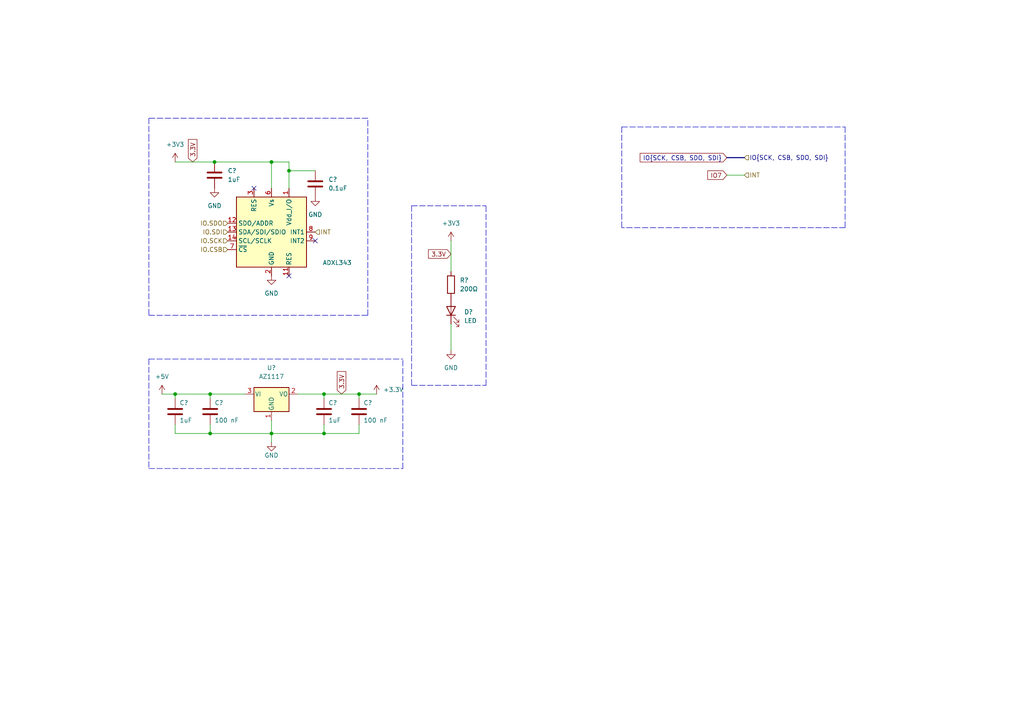
<source format=kicad_sch>
(kicad_sch (version 20211123) (generator eeschema)
  (paper "A4")
  (lib_symbols
    (symbol "+3.3V_1" (power) (pin_names (offset 0))
      (property "Value" "+3.3V_1" (at 0 3.556 0))
      (symbol "+3.3V_1_0_1"
        (polyline (pts (xy -0.762 1.27) (xy 0 2.54)))
        (polyline (pts (xy 0 0) (xy 0 2.54)))
        (polyline (pts (xy 0 2.54) (xy 0.762 1.27)))
      )
      (symbol "+3.3V_1_1_1"
        (pin power_in line (at 0 0 90) (length 0) hide (name "+3V3") (number "1"))
      )
    )
    (symbol "+3.3V_2" (power) (pin_names (offset 0))
      (property "Value" "+3.3V_2" (at 0 3.556 0))
      (symbol "+3.3V_2_0_1"
        (polyline (pts (xy -0.762 1.27) (xy 0 2.54)))
        (polyline (pts (xy 0 0) (xy 0 2.54)))
        (polyline (pts (xy 0 2.54) (xy 0.762 1.27)))
      )
      (symbol "+3.3V_2_1_1"
        (pin power_in line (at 0 0 90) (length 0) hide (name "+3V3") (number "1"))
      )
    )
    (symbol "Device:C" (pin_numbers hide) (pin_names (offset 0.254))
      (property "Reference" "C" (at 0.635 2.54 0))
      (property "Value" "C" (at 0.635 -2.54 0))
      (symbol "C_0_1"
        (polyline (pts (xy -2.032 -0.762) (xy 2.032 -0.762)) (stroke (width 0.508)))
        (polyline (pts (xy -2.032 0.762) (xy 2.032 0.762)) (stroke (width 0.508)))
      )
      (symbol "C_1_1"
        (pin passive line (at 0 3.81 270) (length 2.794) (name "~") (number "1"))
        (pin passive line (at 0 -3.81 90) (length 2.794) (name "~") (number "2"))
      )
    )
    (symbol "Device:LED" (pin_numbers hide) (pin_names (offset 1.016) hide)
      (property "Reference" "D" (at 0 2.54 0))
      (property "Value" "LED" (at 0 -2.54 0))
      (symbol "LED_0_1"
        (polyline (pts (xy -1.27 -1.27) (xy -1.27 1.27)) (stroke (width 0.254)))
        (polyline (pts (xy -1.27 0) (xy 1.27 0)))
        (polyline (pts (xy 1.27 -1.27) (xy 1.27 1.27) (xy -1.27 0) (xy 1.27 -1.27)) (stroke (width 0.254)))
        (polyline (pts (xy -3.048 -0.762) (xy -4.572 -2.286) (xy -3.81 -2.286) (xy -4.572 -2.286) (xy -4.572 -1.524)))
        (polyline (pts (xy -1.778 -0.762) (xy -3.302 -2.286) (xy -2.54 -2.286) (xy -3.302 -2.286) (xy -3.302 -1.524)))
      )
      (symbol "LED_1_1"
        (pin passive line (at -3.81 0 0) (length 2.54) (name "K") (number "1"))
        (pin passive line (at 3.81 0 180) (length 2.54) (name "A") (number "2"))
      )
    )
    (symbol "Device:R" (pin_numbers hide) (pin_names (offset 0))
      (property "Reference" "R" (at 2.032 0 90))
      (property "Value" "R" (at 0 0 90))
      (symbol "R_0_1"
        (rectangle (start -1.016 -2.54) (end 1.016 2.54) (stroke (width 0.254)))
      )
      (symbol "R_1_1"
        (pin passive line (at 0 3.81 270) (length 1.27) (name "~") (number "1"))
        (pin passive line (at 0 -3.81 90) (length 1.27) (name "~") (number "2"))
      )
    )
    (symbol "Regulator_Linear:AZ1117-3.3" (pin_names (offset 0.254))
      (property "Reference" "U" (at -3.81 3.175 0))
      (property "Value" "AZ1117-3.3" (at 0 3.175 0))
      (symbol "AZ1117-3.3_0_1"
        (rectangle (start -5.08 1.905) (end 5.08 -5.08) (stroke (width 0.254)) (fill (type background)))
      )
      (symbol "AZ1117-3.3_1_1"
        (pin power_in line (at 0 -7.62 90) (length 2.54) (name "GND") (number "1"))
        (pin power_out line (at 7.62 0 180) (length 2.54) (name "VO") (number "2"))
        (pin power_in line (at -7.62 0 0) (length 2.54) (name "VI") (number "3"))
      )
    )
    (symbol "Sensor_Motion:ADXL343"
      (property "Reference" "U" (at -8.89 11.43 0))
      (property "Value" "ADXL343" (at -7.62 -11.43 0))
      (symbol "ADXL343_0_1"
        (rectangle (start -10.16 10.16) (end 10.16 -10.16) (stroke (width 0.254)) (fill (type background)))
      )
      (symbol "ADXL343_1_1"
        (pin power_in line (at 5.08 12.7 270) (length 2.54) (name "Vdd_I/O") (number "1"))
        (pin no_connect line (at -5.08 -10.16 90) (length 2.54) hide (name "NC") (number "10"))
        (pin passive line (at 5.08 -12.7 90) (length 2.54) (name "RES") (number "11"))
        (pin bidirectional line (at -12.7 2.54 0) (length 2.54) (name "SDO/ADDR") (number "12"))
        (pin bidirectional line (at -12.7 0 0) (length 2.54) (name "SDA/SDI/SDIO") (number "13"))
        (pin input line (at -12.7 -2.54 0) (length 2.54) (name "SCL/SCLK") (number "14"))
        (pin power_in line (at 0 -12.7 90) (length 2.54) (name "GND") (number "2"))
        (pin passive line (at -5.08 12.7 270) (length 2.54) (name "RES") (number "3"))
        (pin passive line (at 0 -12.7 90) (length 2.54) hide (name "GND") (number "4"))
        (pin passive line (at 0 -12.7 90) (length 2.54) hide (name "GND") (number "5"))
        (pin power_in line (at 0 12.7 270) (length 2.54) (name "Vs") (number "6"))
        (pin input line (at -12.7 -5.08 0) (length 2.54) (name "~{CS}") (number "7"))
        (pin output line (at 12.7 0 180) (length 2.54) (name "INT1") (number "8"))
        (pin output line (at 12.7 -2.54 180) (length 2.54) (name "INT2") (number "9"))
      )
    )
    (symbol "power:+3.3V" (power) (pin_names (offset 0))
      (property "Value" "+3.3V" (at 0 3.556 0))
      (symbol "+3.3V_0_1"
        (polyline (pts (xy -0.762 1.27) (xy 0 2.54)))
        (polyline (pts (xy 0 0) (xy 0 2.54)))
        (polyline (pts (xy 0 2.54) (xy 0.762 1.27)))
      )
      (symbol "+3.3V_1_1"
        (pin power_in line (at 0 0 90) (length 0) hide (name "+3.3V") (number "1"))
      )
    )
    (symbol "power:+5V" (power) (pin_names (offset 0))
      (property "Value" "+5V" (at 0 3.556 0))
      (symbol "+5V_0_1"
        (polyline (pts (xy -0.762 1.27) (xy 0 2.54)))
        (polyline (pts (xy 0 0) (xy 0 2.54)))
        (polyline (pts (xy 0 2.54) (xy 0.762 1.27)))
      )
      (symbol "+5V_1_1"
        (pin power_in line (at 0 0 90) (length 0) hide (name "+5V") (number "1"))
      )
    )
    (symbol "power:GND" (power) (pin_names (offset 0))
      (property "Value" "GND" (at 0 -3.81 0))
      (symbol "GND_0_1"
        (polyline (pts (xy 0 0) (xy 0 -1.27) (xy 1.27 -1.27) (xy 0 -2.54) (xy -1.27 -1.27) (xy 0 -1.27)))
      )
      (symbol "GND_1_1"
        (pin power_in line (at 0 0 270) (length 0) hide (name "GND") (number "1"))
      )
    )
  )
  (junction (at 93.98 125.73))
  (junction (at 78.74 46.99))
  (junction (at 62.23 46.99))
  (junction (at 93.98 114.3))
  (junction (at 60.96 125.73))
  (junction (at 83.82 49.53))
  (junction (at 78.74 125.73))
  (junction (at 104.14 114.3))
  (junction (at 50.8 114.3))
  (junction (at 60.96 114.3))
  (no_connect (at 83.82 80.01))
  (no_connect (at 73.66 54.61))
  (no_connect (at 91.44 69.85))
  (polyline (pts (xy 119.38 59.69) (xy 140.97 59.69)))
  (polyline (pts (xy 43.18 91.44) (xy 106.68 91.44)))
  (wire (pts (xy 60.96 123.19) (xy 60.96 125.73)))
  (polyline (pts (xy 43.18 34.29) (xy 43.18 39.37)))
  (polyline (pts (xy 245.11 36.83) (xy 245.11 66.04)))
  (polyline (pts (xy 116.84 135.89) (xy 116.84 104.14)))
  (wire (pts (xy 78.74 125.73) (xy 78.74 128.27)))
  (polyline (pts (xy 43.18 39.37) (xy 43.18 91.44)))
  (wire (pts (xy 104.14 114.3) (xy 104.14 115.57)))
  (polyline (pts (xy 245.11 66.04) (xy 180.34 66.04)))
  (wire (pts (xy 93.98 125.73) (xy 93.98 123.19)))
  (wire (pts (xy 104.14 114.3) (xy 109.22 114.3)))
  (wire (pts (xy 210.82 50.8) (xy 215.9 50.8)))
  (polyline (pts (xy 180.34 36.83) (xy 180.34 66.04)))
  (wire (pts (xy 78.74 46.99) (xy 83.82 46.99)))
  (polyline (pts (xy 106.68 91.44) (xy 106.68 34.29)))
  (wire (pts (xy 50.8 125.73) (xy 50.8 123.19)))
  (polyline (pts (xy 43.18 135.89) (xy 116.84 135.89)))
  (wire (pts (xy 86.36 114.3) (xy 93.98 114.3)))
  (polyline (pts (xy 43.18 104.14) (xy 116.84 104.14)))
  (wire (pts (xy 50.8 125.73) (xy 60.96 125.73)))
  (polyline (pts (xy 106.68 34.29) (xy 43.18 34.29)))
  (wire (pts (xy 93.98 125.73) (xy 78.74 125.73)))
  (wire (pts (xy 93.98 125.73) (xy 104.14 125.73)))
  (wire (pts (xy 93.98 114.3) (xy 104.14 114.3)))
  (wire (pts (xy 50.8 46.99) (xy 62.23 46.99)))
  (polyline (pts (xy 119.38 59.69) (xy 119.38 111.76)))
  (polyline (pts (xy 180.34 36.83) (xy 245.11 36.83)))
  (wire (pts (xy 46.99 114.3) (xy 50.8 114.3)))
  (wire (pts (xy 60.96 114.3) (xy 60.96 115.57)))
  (wire (pts (xy 130.81 69.85) (xy 130.81 78.74)))
  (wire (pts (xy 78.74 125.73) (xy 60.96 125.73)))
  (wire (pts (xy 83.82 49.53) (xy 83.82 54.61)))
  (wire (pts (xy 130.81 93.98) (xy 130.81 101.6)))
  (wire (pts (xy 50.8 115.57) (xy 50.8 114.3)))
  (wire (pts (xy 50.8 114.3) (xy 60.96 114.3)))
  (polyline (pts (xy 140.97 111.76) (xy 140.97 59.69)))
  (polyline (pts (xy 43.18 104.14) (xy 43.18 135.89)))
  (wire (pts (xy 104.14 123.19) (xy 104.14 125.73)))
  (wire (pts (xy 78.74 46.99) (xy 78.74 54.61)))
  (wire (pts (xy 83.82 49.53) (xy 91.44 49.53)))
  (wire (pts (xy 83.82 46.99) (xy 83.82 49.53)))
  (wire (pts (xy 78.74 121.92) (xy 78.74 125.73)))
  (wire (pts (xy 62.23 46.99) (xy 78.74 46.99)))
  (bus (pts (xy 210.82 45.72) (xy 215.9 45.72)))
  (wire (pts (xy 93.98 115.57) (xy 93.98 114.3)))
  (polyline (pts (xy 119.38 111.76) (xy 140.97 111.76)))
  (wire (pts (xy 71.12 114.3) (xy 60.96 114.3)))
  (global_label "IO{SCK, CSB, SDO, SDI}" (shape input) (at 210.82 45.72 180) (property "Intersheet References" "${INTERSHEET_REFS}" (effects hide)))
  (global_label "3.3V" (shape input) (at 55.88 46.99 90) (property "Intersheet References" "${INTERSHEET_REFS}" (effects hide)))
  (global_label "3.3V" (shape input) (at 130.81 73.66 180) (property "Intersheet References" "${INTERSHEET_REFS}" (effects hide)))
  (global_label "IO7" (shape input) (at 210.82 50.8 180) (property "Intersheet References" "${INTERSHEET_REFS}" (effects hide)))
  (global_label "3.3V" (shape input) (at 99.06 114.3 90) (property "Intersheet References" "${INTERSHEET_REFS}" (effects hide)))
  (hierarchical_label "INT" (shape input) (at 91.44 67.31 0))
  (hierarchical_label "IO.SDO" (shape input) (at 66.04 64.77 180))
  (hierarchical_label "INT" (shape input) (at 215.9 50.8 0))
  (hierarchical_label "IO.CSB" (shape input) (at 66.04 72.39 180))
  (hierarchical_label "IO.SCK" (shape input) (at 66.04 69.85 180))
  (hierarchical_label "IO{SCK, CSB, SDO, SDI}" (shape input) (at 215.9 45.72 0))
  (hierarchical_label "IO.SDI" (shape input) (at 66.04 67.31 180))
  (symbol (lib_id "Device:C") (at 62.23 50.8 0) (unit 1)
    (property "Reference" "C?" (at 66.04 49.5299 0) (effects (justify left)))
    (property "Value" "1uF" (at 66.04 52.0699 0) (effects (justify left)))
    (property "Footprint" "Capacitor_SMD:C_0805_2012Metric" (effects hide))
  )
  (symbol (lib_name "+3.3V_1") (lib_id "power:+3.3V") (at 50.8 46.99 0) (unit 1)
    (property "Reference" "#PWR?" (effects hide))
    (property "Value" "+3.3V" (at 50.8 41.91 0))
  )
  (symbol (lib_id "Device:C") (at 104.14 119.38 0) (unit 1)
    (property "Reference" "C?" (at 105.41 116.84 0) (effects (justify left)))
    (property "Value" "100 nF" (at 105.41 121.92 0) (effects (justify left)))
    (property "Footprint" "Capacitor_SMD:C_0805_2012Metric" (effects hide))
  )
  (symbol (lib_id "Sensor_Motion:ADXL343") (at 78.74 67.31 0) (unit 1)
    (property "Reference" "U?" (effects hide))
    (property "Value" "ADXL343" (at 97.79 76.2 0))
    (property "Footprint" "Package_LGA:LGA-14_3x5mm_P0.8mm_LayoutBorder1x6y" (effects hide))
    (property "Datasheet" "https://www.analog.com/media/en/technical-documentation/data-sheets/ADXL343.pdf" (effects hide))
  )
  (symbol (lib_id "power:GND") (at 78.74 128.27 0) (unit 1)
    (property "Reference" "#PWR?" (effects hide))
    (property "Value" "GND" (at 78.74 132.08 0))
  )
  (symbol (lib_id "Device:R") (at 130.81 82.55 0) (unit 1)
    (property "Reference" "R?" (at 133.35 81.2799 0) (effects (justify left)))
    (property "Value" "200Ω" (at 133.35 83.8199 0) (effects (justify left)))
    (property "Footprint" "Resistor_SMD:R_0805_2012Metric" (effects hide))
  )
  (symbol (lib_id "Device:C") (at 93.98 119.38 0) (unit 1)
    (property "Reference" "C?" (at 95.25 116.84 0) (effects (justify left)))
    (property "Value" "1uF" (at 95.25 121.92 0) (effects (justify left)))
    (property "Footprint" "Capacitor_SMD:C_0805_2012Metric" (effects hide))
  )
  (symbol (lib_id "power:GND") (at 91.44 57.15 0) (unit 1)
    (property "Reference" "#PWR?" (effects hide))
    (property "Value" "GND" (at 91.44 62.23 0))
  )
  (symbol (lib_name "+3.3V_2") (lib_id "power:+3.3V") (at 130.81 69.85 0) (unit 1)
    (property "Reference" "#PWR?" (effects hide))
    (property "Value" "+3.3V" (at 130.81 64.77 0))
  )
  (symbol (lib_id "power:GND") (at 78.74 80.01 0) (unit 1)
    (property "Reference" "#PWR?" (effects hide))
    (property "Value" "GND" (at 78.74 85.09 0))
  )
  (symbol (lib_id "power:+5V") (at 46.99 114.3 0) (unit 1)
    (property "Reference" "#PWR?" (effects hide))
    (property "Value" "+5V" (at 46.99 109.22 0))
  )
  (symbol (lib_id "Device:C") (at 91.44 53.34 0) (unit 1)
    (property "Reference" "C?" (at 95.25 52.0699 0) (effects (justify left)))
    (property "Value" "0.1uF" (at 95.25 54.6099 0) (effects (justify left)))
    (property "Footprint" "Capacitor_SMD:C_0805_2012Metric" (effects hide))
  )
  (symbol (lib_id "power:GND") (at 130.81 101.6 0) (unit 1)
    (property "Reference" "#PWR?" (effects hide))
    (property "Value" "GND" (at 130.81 106.68 0))
  )
  (symbol (lib_id "Device:C") (at 60.96 119.38 0) (unit 1)
    (property "Reference" "C?" (at 62.23 116.84 0) (effects (justify left)))
    (property "Value" "100 nF" (at 62.23 121.92 0) (effects (justify left)))
    (property "Footprint" "Capacitor_SMD:C_0805_2012Metric" (effects hide))
  )
  (symbol (lib_id "Device:LED") (at 130.81 90.17 90) (unit 1)
    (property "Reference" "D?" (at 134.62 90.4874 90) (effects (justify right)))
    (property "Value" "LED" (at 134.62 93.0274 90) (effects (justify right)))
    (property "Footprint" "LED_SMD:LED_1812_4532Metric_Pad1.30x3.40mm_HandSolder" (effects hide))
  )
  (symbol (lib_id "Device:C") (at 50.8 119.38 0) (unit 1)
    (property "Reference" "C?" (at 52.07 116.84 0) (effects (justify left)))
    (property "Value" "1uF" (at 52.07 121.92 0) (effects (justify left)))
    (property "Footprint" "Capacitor_SMD:C_0805_2012Metric" (effects hide))
  )
  (symbol (lib_id "power:GND") (at 62.23 54.61 0) (unit 1)
    (property "Reference" "#PWR?" (effects hide))
    (property "Value" "GND" (at 62.23 59.69 0))
  )
  (symbol (lib_id "power:+3.3V") (at 109.22 114.3 0) (unit 1)
    (property "Reference" "#PWR?" (effects hide))
    (property "Value" "+3.3V" (at 111.125 113.0299 0) (effects (justify left)))
  )
  (symbol (lib_id "Regulator_Linear:AZ1117-3.3") (at 78.74 114.3 0) (unit 1)
    (property "Reference" "U?" (at 78.74 106.68 0))
    (property "Value" "AZ1117" (at 78.74 109.22 0))
    (property "Footprint" "Package_TO_SOT_SMD:SOT-223-3_TabPin2" (effects hide))
    (property "Datasheet" "https://www.diodes.com/assets/Datasheets/AZ1117.pdf" (effects hide))
  )
)
</source>
